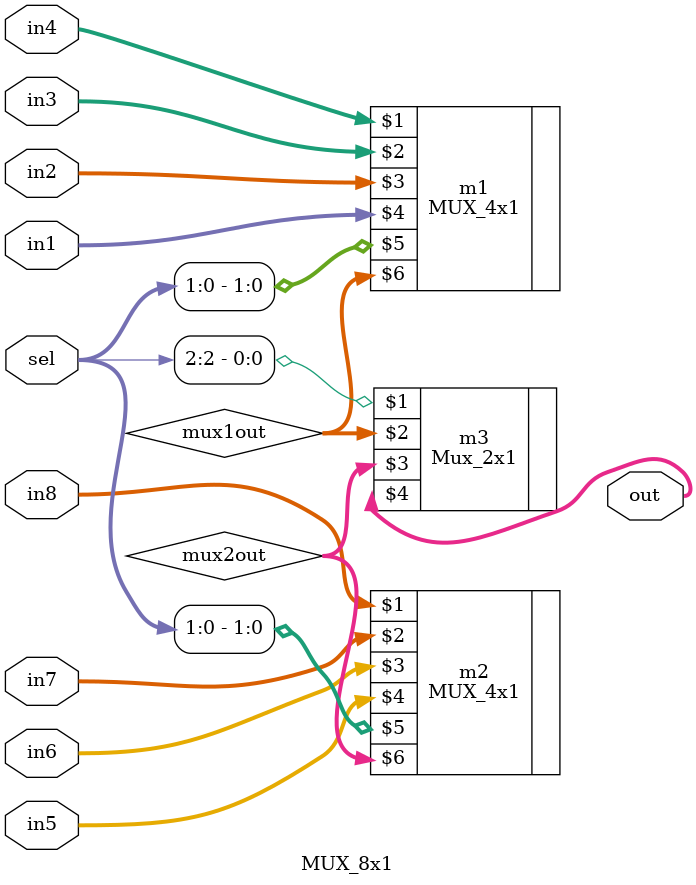
<source format=v>
`timescale 1ns / 1ps


module MUX_8x1(
    input [15:0] in1,
    input [15:0] in2,
    input [15:0] in3,
    input [15:0] in4,
    input [15:0] in5,
    input [15:0] in6,
    input [15:0] in7,
    input [15:0] in8,
    input [2:0] sel,
    output [15:0] out
    );
    wire [15:0]mux1out;
    wire [15:0]mux2out;
    MUX_4x1 m1(in4, in3, in2, in1, sel[1:0], mux1out);
    MUX_4x1 m2(in8, in7, in6, in5,  sel[1:0], mux2out);
    Mux_2x1 m3(sel[2], mux1out, mux2out, out);
    
endmodule

</source>
